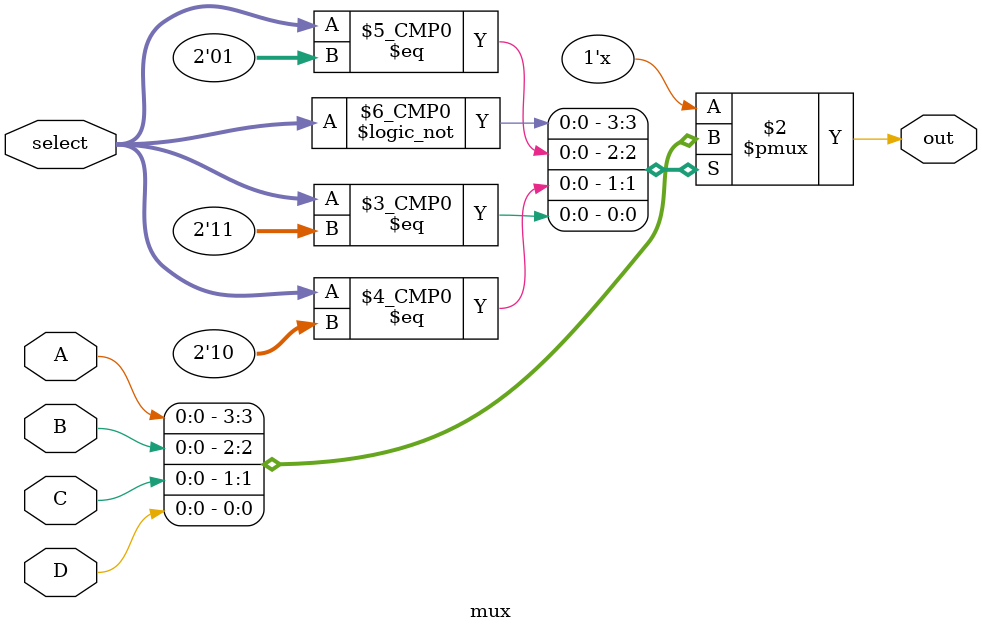
<source format=v>
`timescale 1ns / 1ps


module mux(A,B,C,D,select,out);
input A,B,C,D;
input [1:0] select;
output reg out;

always@(A,B,C,D,select)
case(select)
    2'b00: out = A;
    2'b01: out = B;
    2'b10: out = C;
    2'b11: out = D;
endcase

endmodule
</source>
